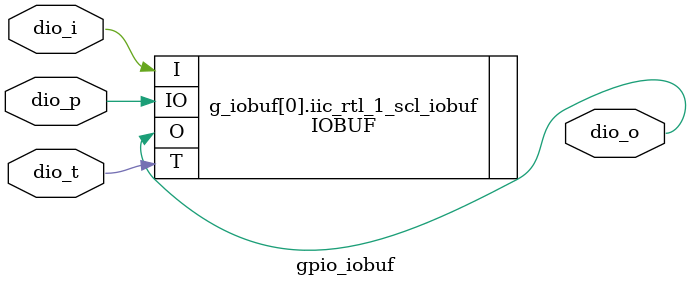
<source format=v>

`timescale 1ns/100ps

module gpio_iobuf 
      #(
        parameter     DATA_WIDTH = 1) 
        (
        input       [(DATA_WIDTH-1):0]  dio_t,
        input       [(DATA_WIDTH-1):0]  dio_i,
        output      [(DATA_WIDTH-1):0]  dio_o,
        inout       [(DATA_WIDTH-1):0]  dio_p
        );
//
genvar n;
generate
   for (n = 0; n < DATA_WIDTH; n = n + 1) 
     begin: g_iobuf
      //  assign dio_o[n] = dio_p[n];
      //  assign dio_p[n] = (dio_t[n] == 1'b1) ? 1'bz : dio_i[n];
      IOBUF iic_rtl_1_scl_iobuf
      (.I(dio_i[n]),
       .IO(dio_p[n]),
       .O(dio_o[n]),
       .T(dio_t[n]));
     end
endgenerate
/////////
endmodule

// ***************************************************************************
// ***************************************************************************

</source>
